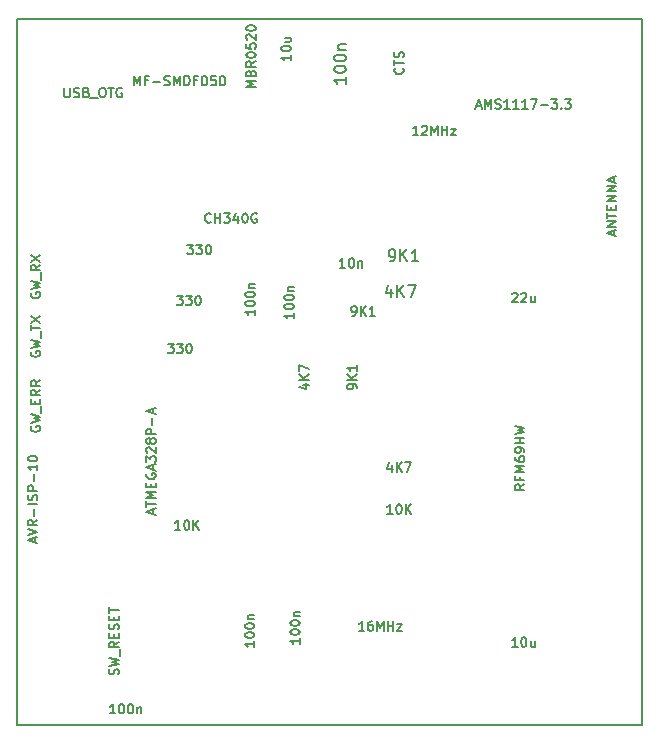
<source format=gbr>
G04 #@! TF.FileFunction,Other,Fab,Top*
%FSLAX46Y46*%
G04 Gerber Fmt 4.6, Leading zero omitted, Abs format (unit mm)*
G04 Created by KiCad (PCBNEW 4.0.2+e4-6225~38~ubuntu14.04.1-stable) date Thu 16 Jun 2016 09:00:45 AM EEST*
%MOMM*%
G01*
G04 APERTURE LIST*
%ADD10C,0.100000*%
%ADD11C,0.150000*%
G04 APERTURE END LIST*
D10*
D11*
X113792000Y-57023000D02*
X113919000Y-57023000D01*
X113792000Y-116840000D02*
X113792000Y-57023000D01*
X166751000Y-116840000D02*
X113792000Y-116840000D01*
X166751000Y-57023000D02*
X166751000Y-116840000D01*
X113919000Y-57023000D02*
X166751000Y-57023000D01*
X137013905Y-60077286D02*
X137013905Y-60534429D01*
X137013905Y-60305858D02*
X136213905Y-60305858D01*
X136328190Y-60382048D01*
X136404381Y-60458239D01*
X136442476Y-60534429D01*
X136213905Y-59582048D02*
X136213905Y-59505857D01*
X136252000Y-59429667D01*
X136290095Y-59391572D01*
X136366286Y-59353476D01*
X136518667Y-59315381D01*
X136709143Y-59315381D01*
X136861524Y-59353476D01*
X136937714Y-59391572D01*
X136975810Y-59429667D01*
X137013905Y-59505857D01*
X137013905Y-59582048D01*
X136975810Y-59658238D01*
X136937714Y-59696334D01*
X136861524Y-59734429D01*
X136709143Y-59772524D01*
X136518667Y-59772524D01*
X136366286Y-59734429D01*
X136290095Y-59696334D01*
X136252000Y-59658238D01*
X136213905Y-59582048D01*
X136480571Y-58629667D02*
X137013905Y-58629667D01*
X136480571Y-58972524D02*
X136899619Y-58972524D01*
X136975810Y-58934429D01*
X137013905Y-58858238D01*
X137013905Y-58743952D01*
X136975810Y-58667762D01*
X136937714Y-58629667D01*
X141598714Y-78085905D02*
X141141571Y-78085905D01*
X141370142Y-78085905D02*
X141370142Y-77285905D01*
X141293952Y-77400190D01*
X141217761Y-77476381D01*
X141141571Y-77514476D01*
X142093952Y-77285905D02*
X142170143Y-77285905D01*
X142246333Y-77324000D01*
X142284428Y-77362095D01*
X142322524Y-77438286D01*
X142360619Y-77590667D01*
X142360619Y-77781143D01*
X142322524Y-77933524D01*
X142284428Y-78009714D01*
X142246333Y-78047810D01*
X142170143Y-78085905D01*
X142093952Y-78085905D01*
X142017762Y-78047810D01*
X141979666Y-78009714D01*
X141941571Y-77933524D01*
X141903476Y-77781143D01*
X141903476Y-77590667D01*
X141941571Y-77438286D01*
X141979666Y-77362095D01*
X142017762Y-77324000D01*
X142093952Y-77285905D01*
X142703476Y-77552571D02*
X142703476Y-78085905D01*
X142703476Y-77628762D02*
X142741571Y-77590667D01*
X142817762Y-77552571D01*
X142932048Y-77552571D01*
X143008238Y-77590667D01*
X143046333Y-77666857D01*
X143046333Y-78085905D01*
X117830905Y-62871405D02*
X117830905Y-63519024D01*
X117869000Y-63595214D01*
X117907096Y-63633310D01*
X117983286Y-63671405D01*
X118135667Y-63671405D01*
X118211858Y-63633310D01*
X118249953Y-63595214D01*
X118288048Y-63519024D01*
X118288048Y-62871405D01*
X118630905Y-63633310D02*
X118745191Y-63671405D01*
X118935667Y-63671405D01*
X119011857Y-63633310D01*
X119049953Y-63595214D01*
X119088048Y-63519024D01*
X119088048Y-63442833D01*
X119049953Y-63366643D01*
X119011857Y-63328548D01*
X118935667Y-63290452D01*
X118783286Y-63252357D01*
X118707095Y-63214262D01*
X118669000Y-63176167D01*
X118630905Y-63099976D01*
X118630905Y-63023786D01*
X118669000Y-62947595D01*
X118707095Y-62909500D01*
X118783286Y-62871405D01*
X118973762Y-62871405D01*
X119088048Y-62909500D01*
X119697572Y-63252357D02*
X119811858Y-63290452D01*
X119849953Y-63328548D01*
X119888048Y-63404738D01*
X119888048Y-63519024D01*
X119849953Y-63595214D01*
X119811858Y-63633310D01*
X119735667Y-63671405D01*
X119430905Y-63671405D01*
X119430905Y-62871405D01*
X119697572Y-62871405D01*
X119773762Y-62909500D01*
X119811858Y-62947595D01*
X119849953Y-63023786D01*
X119849953Y-63099976D01*
X119811858Y-63176167D01*
X119773762Y-63214262D01*
X119697572Y-63252357D01*
X119430905Y-63252357D01*
X120040429Y-63747595D02*
X120649953Y-63747595D01*
X120992810Y-62871405D02*
X121145191Y-62871405D01*
X121221382Y-62909500D01*
X121297572Y-62985690D01*
X121335667Y-63138071D01*
X121335667Y-63404738D01*
X121297572Y-63557119D01*
X121221382Y-63633310D01*
X121145191Y-63671405D01*
X120992810Y-63671405D01*
X120916620Y-63633310D01*
X120840429Y-63557119D01*
X120802334Y-63404738D01*
X120802334Y-63138071D01*
X120840429Y-62985690D01*
X120916620Y-62909500D01*
X120992810Y-62871405D01*
X121564238Y-62871405D02*
X122021381Y-62871405D01*
X121792810Y-63671405D02*
X121792810Y-62871405D01*
X122707096Y-62909500D02*
X122630905Y-62871405D01*
X122516620Y-62871405D01*
X122402334Y-62909500D01*
X122326143Y-62985690D01*
X122288048Y-63061881D01*
X122249953Y-63214262D01*
X122249953Y-63328548D01*
X122288048Y-63480929D01*
X122326143Y-63557119D01*
X122402334Y-63633310D01*
X122516620Y-63671405D01*
X122592810Y-63671405D01*
X122707096Y-63633310D01*
X122745191Y-63595214D01*
X122745191Y-63328548D01*
X122592810Y-63328548D01*
X137775905Y-109454838D02*
X137775905Y-109911981D01*
X137775905Y-109683410D02*
X136975905Y-109683410D01*
X137090190Y-109759600D01*
X137166381Y-109835791D01*
X137204476Y-109911981D01*
X136975905Y-108959600D02*
X136975905Y-108883409D01*
X137014000Y-108807219D01*
X137052095Y-108769124D01*
X137128286Y-108731028D01*
X137280667Y-108692933D01*
X137471143Y-108692933D01*
X137623524Y-108731028D01*
X137699714Y-108769124D01*
X137737810Y-108807219D01*
X137775905Y-108883409D01*
X137775905Y-108959600D01*
X137737810Y-109035790D01*
X137699714Y-109073886D01*
X137623524Y-109111981D01*
X137471143Y-109150076D01*
X137280667Y-109150076D01*
X137128286Y-109111981D01*
X137052095Y-109073886D01*
X137014000Y-109035790D01*
X136975905Y-108959600D01*
X136975905Y-108197695D02*
X136975905Y-108121504D01*
X137014000Y-108045314D01*
X137052095Y-108007219D01*
X137128286Y-107969123D01*
X137280667Y-107931028D01*
X137471143Y-107931028D01*
X137623524Y-107969123D01*
X137699714Y-108007219D01*
X137737810Y-108045314D01*
X137775905Y-108121504D01*
X137775905Y-108197695D01*
X137737810Y-108273885D01*
X137699714Y-108311981D01*
X137623524Y-108350076D01*
X137471143Y-108388171D01*
X137280667Y-108388171D01*
X137128286Y-108350076D01*
X137052095Y-108311981D01*
X137014000Y-108273885D01*
X136975905Y-108197695D01*
X137242571Y-107588171D02*
X137775905Y-107588171D01*
X137318762Y-107588171D02*
X137280667Y-107550076D01*
X137242571Y-107473885D01*
X137242571Y-107359599D01*
X137280667Y-107283409D01*
X137356857Y-107245314D01*
X137775905Y-107245314D01*
X137267905Y-81921238D02*
X137267905Y-82378381D01*
X137267905Y-82149810D02*
X136467905Y-82149810D01*
X136582190Y-82226000D01*
X136658381Y-82302191D01*
X136696476Y-82378381D01*
X136467905Y-81426000D02*
X136467905Y-81349809D01*
X136506000Y-81273619D01*
X136544095Y-81235524D01*
X136620286Y-81197428D01*
X136772667Y-81159333D01*
X136963143Y-81159333D01*
X137115524Y-81197428D01*
X137191714Y-81235524D01*
X137229810Y-81273619D01*
X137267905Y-81349809D01*
X137267905Y-81426000D01*
X137229810Y-81502190D01*
X137191714Y-81540286D01*
X137115524Y-81578381D01*
X136963143Y-81616476D01*
X136772667Y-81616476D01*
X136620286Y-81578381D01*
X136544095Y-81540286D01*
X136506000Y-81502190D01*
X136467905Y-81426000D01*
X136467905Y-80664095D02*
X136467905Y-80587904D01*
X136506000Y-80511714D01*
X136544095Y-80473619D01*
X136620286Y-80435523D01*
X136772667Y-80397428D01*
X136963143Y-80397428D01*
X137115524Y-80435523D01*
X137191714Y-80473619D01*
X137229810Y-80511714D01*
X137267905Y-80587904D01*
X137267905Y-80664095D01*
X137229810Y-80740285D01*
X137191714Y-80778381D01*
X137115524Y-80816476D01*
X136963143Y-80854571D01*
X136772667Y-80854571D01*
X136620286Y-80816476D01*
X136544095Y-80778381D01*
X136506000Y-80740285D01*
X136467905Y-80664095D01*
X136734571Y-80054571D02*
X137267905Y-80054571D01*
X136810762Y-80054571D02*
X136772667Y-80016476D01*
X136734571Y-79940285D01*
X136734571Y-79825999D01*
X136772667Y-79749809D01*
X136848857Y-79711714D01*
X137267905Y-79711714D01*
X133915105Y-109708838D02*
X133915105Y-110165981D01*
X133915105Y-109937410D02*
X133115105Y-109937410D01*
X133229390Y-110013600D01*
X133305581Y-110089791D01*
X133343676Y-110165981D01*
X133115105Y-109213600D02*
X133115105Y-109137409D01*
X133153200Y-109061219D01*
X133191295Y-109023124D01*
X133267486Y-108985028D01*
X133419867Y-108946933D01*
X133610343Y-108946933D01*
X133762724Y-108985028D01*
X133838914Y-109023124D01*
X133877010Y-109061219D01*
X133915105Y-109137409D01*
X133915105Y-109213600D01*
X133877010Y-109289790D01*
X133838914Y-109327886D01*
X133762724Y-109365981D01*
X133610343Y-109404076D01*
X133419867Y-109404076D01*
X133267486Y-109365981D01*
X133191295Y-109327886D01*
X133153200Y-109289790D01*
X133115105Y-109213600D01*
X133115105Y-108451695D02*
X133115105Y-108375504D01*
X133153200Y-108299314D01*
X133191295Y-108261219D01*
X133267486Y-108223123D01*
X133419867Y-108185028D01*
X133610343Y-108185028D01*
X133762724Y-108223123D01*
X133838914Y-108261219D01*
X133877010Y-108299314D01*
X133915105Y-108375504D01*
X133915105Y-108451695D01*
X133877010Y-108527885D01*
X133838914Y-108565981D01*
X133762724Y-108604076D01*
X133610343Y-108642171D01*
X133419867Y-108642171D01*
X133267486Y-108604076D01*
X133191295Y-108565981D01*
X133153200Y-108527885D01*
X133115105Y-108451695D01*
X133381771Y-107842171D02*
X133915105Y-107842171D01*
X133457962Y-107842171D02*
X133419867Y-107804076D01*
X133381771Y-107727885D01*
X133381771Y-107613599D01*
X133419867Y-107537409D01*
X133496057Y-107499314D01*
X133915105Y-107499314D01*
X133965905Y-81638143D02*
X133965905Y-82095286D01*
X133965905Y-81866715D02*
X133165905Y-81866715D01*
X133280190Y-81942905D01*
X133356381Y-82019096D01*
X133394476Y-82095286D01*
X133165905Y-81142905D02*
X133165905Y-81066714D01*
X133204000Y-80990524D01*
X133242095Y-80952429D01*
X133318286Y-80914333D01*
X133470667Y-80876238D01*
X133661143Y-80876238D01*
X133813524Y-80914333D01*
X133889714Y-80952429D01*
X133927810Y-80990524D01*
X133965905Y-81066714D01*
X133965905Y-81142905D01*
X133927810Y-81219095D01*
X133889714Y-81257191D01*
X133813524Y-81295286D01*
X133661143Y-81333381D01*
X133470667Y-81333381D01*
X133318286Y-81295286D01*
X133242095Y-81257191D01*
X133204000Y-81219095D01*
X133165905Y-81142905D01*
X133165905Y-80381000D02*
X133165905Y-80304809D01*
X133204000Y-80228619D01*
X133242095Y-80190524D01*
X133318286Y-80152428D01*
X133470667Y-80114333D01*
X133661143Y-80114333D01*
X133813524Y-80152428D01*
X133889714Y-80190524D01*
X133927810Y-80228619D01*
X133965905Y-80304809D01*
X133965905Y-80381000D01*
X133927810Y-80457190D01*
X133889714Y-80495286D01*
X133813524Y-80533381D01*
X133661143Y-80571476D01*
X133470667Y-80571476D01*
X133318286Y-80533381D01*
X133242095Y-80495286D01*
X133204000Y-80457190D01*
X133165905Y-80381000D01*
X133432571Y-79771476D02*
X133965905Y-79771476D01*
X133508762Y-79771476D02*
X133470667Y-79733381D01*
X133432571Y-79657190D01*
X133432571Y-79542904D01*
X133470667Y-79466714D01*
X133546857Y-79428619D01*
X133965905Y-79428619D01*
X122142362Y-115830305D02*
X121685219Y-115830305D01*
X121913790Y-115830305D02*
X121913790Y-115030305D01*
X121837600Y-115144590D01*
X121761409Y-115220781D01*
X121685219Y-115258876D01*
X122637600Y-115030305D02*
X122713791Y-115030305D01*
X122789981Y-115068400D01*
X122828076Y-115106495D01*
X122866172Y-115182686D01*
X122904267Y-115335067D01*
X122904267Y-115525543D01*
X122866172Y-115677924D01*
X122828076Y-115754114D01*
X122789981Y-115792210D01*
X122713791Y-115830305D01*
X122637600Y-115830305D01*
X122561410Y-115792210D01*
X122523314Y-115754114D01*
X122485219Y-115677924D01*
X122447124Y-115525543D01*
X122447124Y-115335067D01*
X122485219Y-115182686D01*
X122523314Y-115106495D01*
X122561410Y-115068400D01*
X122637600Y-115030305D01*
X123399505Y-115030305D02*
X123475696Y-115030305D01*
X123551886Y-115068400D01*
X123589981Y-115106495D01*
X123628077Y-115182686D01*
X123666172Y-115335067D01*
X123666172Y-115525543D01*
X123628077Y-115677924D01*
X123589981Y-115754114D01*
X123551886Y-115792210D01*
X123475696Y-115830305D01*
X123399505Y-115830305D01*
X123323315Y-115792210D01*
X123285219Y-115754114D01*
X123247124Y-115677924D01*
X123209029Y-115525543D01*
X123209029Y-115335067D01*
X123247124Y-115182686D01*
X123285219Y-115106495D01*
X123323315Y-115068400D01*
X123399505Y-115030305D01*
X124009029Y-115296971D02*
X124009029Y-115830305D01*
X124009029Y-115373162D02*
X124047124Y-115335067D01*
X124123315Y-115296971D01*
X124237601Y-115296971D01*
X124313791Y-115335067D01*
X124351886Y-115411257D01*
X124351886Y-115830305D01*
X155746571Y-80283095D02*
X155784666Y-80245000D01*
X155860857Y-80206905D01*
X156051333Y-80206905D01*
X156127523Y-80245000D01*
X156165619Y-80283095D01*
X156203714Y-80359286D01*
X156203714Y-80435476D01*
X156165619Y-80549762D01*
X155708476Y-81006905D01*
X156203714Y-81006905D01*
X156508476Y-80283095D02*
X156546571Y-80245000D01*
X156622762Y-80206905D01*
X156813238Y-80206905D01*
X156889428Y-80245000D01*
X156927524Y-80283095D01*
X156965619Y-80359286D01*
X156965619Y-80435476D01*
X156927524Y-80549762D01*
X156470381Y-81006905D01*
X156965619Y-81006905D01*
X157651333Y-80473571D02*
X157651333Y-81006905D01*
X157308476Y-80473571D02*
X157308476Y-80892619D01*
X157346571Y-80968810D01*
X157422762Y-81006905D01*
X157537048Y-81006905D01*
X157613238Y-80968810D01*
X157651333Y-80930714D01*
X156203714Y-110191505D02*
X155746571Y-110191505D01*
X155975142Y-110191505D02*
X155975142Y-109391505D01*
X155898952Y-109505790D01*
X155822761Y-109581981D01*
X155746571Y-109620076D01*
X156698952Y-109391505D02*
X156775143Y-109391505D01*
X156851333Y-109429600D01*
X156889428Y-109467695D01*
X156927524Y-109543886D01*
X156965619Y-109696267D01*
X156965619Y-109886743D01*
X156927524Y-110039124D01*
X156889428Y-110115314D01*
X156851333Y-110153410D01*
X156775143Y-110191505D01*
X156698952Y-110191505D01*
X156622762Y-110153410D01*
X156584666Y-110115314D01*
X156546571Y-110039124D01*
X156508476Y-109886743D01*
X156508476Y-109696267D01*
X156546571Y-109543886D01*
X156584666Y-109467695D01*
X156622762Y-109429600D01*
X156698952Y-109391505D01*
X157651333Y-109658171D02*
X157651333Y-110191505D01*
X157308476Y-109658171D02*
X157308476Y-110077219D01*
X157346571Y-110153410D01*
X157422762Y-110191505D01*
X157537048Y-110191505D01*
X157613238Y-110153410D01*
X157651333Y-110115314D01*
X115322333Y-101320142D02*
X115322333Y-100939190D01*
X115550905Y-101396333D02*
X114750905Y-101129666D01*
X115550905Y-100862999D01*
X114750905Y-100710619D02*
X115550905Y-100443952D01*
X114750905Y-100177285D01*
X115550905Y-99453476D02*
X115169952Y-99720143D01*
X115550905Y-99910619D02*
X114750905Y-99910619D01*
X114750905Y-99605857D01*
X114789000Y-99529666D01*
X114827095Y-99491571D01*
X114903286Y-99453476D01*
X115017571Y-99453476D01*
X115093762Y-99491571D01*
X115131857Y-99529666D01*
X115169952Y-99605857D01*
X115169952Y-99910619D01*
X115246143Y-99110619D02*
X115246143Y-98501095D01*
X115550905Y-98120143D02*
X114750905Y-98120143D01*
X115512810Y-97777286D02*
X115550905Y-97663000D01*
X115550905Y-97472524D01*
X115512810Y-97396334D01*
X115474714Y-97358238D01*
X115398524Y-97320143D01*
X115322333Y-97320143D01*
X115246143Y-97358238D01*
X115208048Y-97396334D01*
X115169952Y-97472524D01*
X115131857Y-97624905D01*
X115093762Y-97701096D01*
X115055667Y-97739191D01*
X114979476Y-97777286D01*
X114903286Y-97777286D01*
X114827095Y-97739191D01*
X114789000Y-97701096D01*
X114750905Y-97624905D01*
X114750905Y-97434429D01*
X114789000Y-97320143D01*
X115550905Y-96977286D02*
X114750905Y-96977286D01*
X114750905Y-96672524D01*
X114789000Y-96596333D01*
X114827095Y-96558238D01*
X114903286Y-96520143D01*
X115017571Y-96520143D01*
X115093762Y-96558238D01*
X115131857Y-96596333D01*
X115169952Y-96672524D01*
X115169952Y-96977286D01*
X115246143Y-96177286D02*
X115246143Y-95567762D01*
X115550905Y-94767762D02*
X115550905Y-95224905D01*
X115550905Y-94996334D02*
X114750905Y-94996334D01*
X114865190Y-95072524D01*
X114941381Y-95148715D01*
X114979476Y-95224905D01*
X114750905Y-94272524D02*
X114750905Y-94196333D01*
X114789000Y-94120143D01*
X114827095Y-94082048D01*
X114903286Y-94043952D01*
X115055667Y-94005857D01*
X115246143Y-94005857D01*
X115398524Y-94043952D01*
X115474714Y-94082048D01*
X115512810Y-94120143D01*
X115550905Y-94196333D01*
X115550905Y-94272524D01*
X115512810Y-94348714D01*
X115474714Y-94386810D01*
X115398524Y-94424905D01*
X115246143Y-94463000D01*
X115055667Y-94463000D01*
X114903286Y-94424905D01*
X114827095Y-94386810D01*
X114789000Y-94348714D01*
X114750905Y-94272524D01*
X125355333Y-98926095D02*
X125355333Y-98545143D01*
X125583905Y-99002286D02*
X124783905Y-98735619D01*
X125583905Y-98468952D01*
X124783905Y-98316572D02*
X124783905Y-97859429D01*
X125583905Y-98088000D02*
X124783905Y-98088000D01*
X125583905Y-97592762D02*
X124783905Y-97592762D01*
X125355333Y-97326095D01*
X124783905Y-97059428D01*
X125583905Y-97059428D01*
X125164857Y-96678476D02*
X125164857Y-96411809D01*
X125583905Y-96297523D02*
X125583905Y-96678476D01*
X124783905Y-96678476D01*
X124783905Y-96297523D01*
X124822000Y-95535618D02*
X124783905Y-95611809D01*
X124783905Y-95726094D01*
X124822000Y-95840380D01*
X124898190Y-95916571D01*
X124974381Y-95954666D01*
X125126762Y-95992761D01*
X125241048Y-95992761D01*
X125393429Y-95954666D01*
X125469619Y-95916571D01*
X125545810Y-95840380D01*
X125583905Y-95726094D01*
X125583905Y-95649904D01*
X125545810Y-95535618D01*
X125507714Y-95497523D01*
X125241048Y-95497523D01*
X125241048Y-95649904D01*
X125355333Y-95192761D02*
X125355333Y-94811809D01*
X125583905Y-95268952D02*
X124783905Y-95002285D01*
X125583905Y-94735618D01*
X124783905Y-94545142D02*
X124783905Y-94049904D01*
X125088667Y-94316571D01*
X125088667Y-94202285D01*
X125126762Y-94126095D01*
X125164857Y-94087999D01*
X125241048Y-94049904D01*
X125431524Y-94049904D01*
X125507714Y-94087999D01*
X125545810Y-94126095D01*
X125583905Y-94202285D01*
X125583905Y-94430857D01*
X125545810Y-94507047D01*
X125507714Y-94545142D01*
X124860095Y-93745142D02*
X124822000Y-93707047D01*
X124783905Y-93630856D01*
X124783905Y-93440380D01*
X124822000Y-93364190D01*
X124860095Y-93326094D01*
X124936286Y-93287999D01*
X125012476Y-93287999D01*
X125126762Y-93326094D01*
X125583905Y-93783237D01*
X125583905Y-93287999D01*
X125126762Y-92830856D02*
X125088667Y-92907047D01*
X125050571Y-92945142D01*
X124974381Y-92983237D01*
X124936286Y-92983237D01*
X124860095Y-92945142D01*
X124822000Y-92907047D01*
X124783905Y-92830856D01*
X124783905Y-92678475D01*
X124822000Y-92602285D01*
X124860095Y-92564189D01*
X124936286Y-92526094D01*
X124974381Y-92526094D01*
X125050571Y-92564189D01*
X125088667Y-92602285D01*
X125126762Y-92678475D01*
X125126762Y-92830856D01*
X125164857Y-92907047D01*
X125202952Y-92945142D01*
X125279143Y-92983237D01*
X125431524Y-92983237D01*
X125507714Y-92945142D01*
X125545810Y-92907047D01*
X125583905Y-92830856D01*
X125583905Y-92678475D01*
X125545810Y-92602285D01*
X125507714Y-92564189D01*
X125431524Y-92526094D01*
X125279143Y-92526094D01*
X125202952Y-92564189D01*
X125164857Y-92602285D01*
X125126762Y-92678475D01*
X125583905Y-92183237D02*
X124783905Y-92183237D01*
X124783905Y-91878475D01*
X124822000Y-91802284D01*
X124860095Y-91764189D01*
X124936286Y-91726094D01*
X125050571Y-91726094D01*
X125126762Y-91764189D01*
X125164857Y-91802284D01*
X125202952Y-91878475D01*
X125202952Y-92183237D01*
X125279143Y-91383237D02*
X125279143Y-90773713D01*
X125355333Y-90430856D02*
X125355333Y-90049904D01*
X125583905Y-90507047D02*
X124783905Y-90240380D01*
X125583905Y-89973713D01*
X164344333Y-75355142D02*
X164344333Y-74974190D01*
X164572905Y-75431333D02*
X163772905Y-75164666D01*
X164572905Y-74897999D01*
X164572905Y-74631333D02*
X163772905Y-74631333D01*
X164572905Y-74174190D01*
X163772905Y-74174190D01*
X163772905Y-73907524D02*
X163772905Y-73450381D01*
X164572905Y-73678952D02*
X163772905Y-73678952D01*
X164153857Y-73183714D02*
X164153857Y-72917047D01*
X164572905Y-72802761D02*
X164572905Y-73183714D01*
X163772905Y-73183714D01*
X163772905Y-72802761D01*
X164572905Y-72459904D02*
X163772905Y-72459904D01*
X164572905Y-72002761D01*
X163772905Y-72002761D01*
X164572905Y-71621809D02*
X163772905Y-71621809D01*
X164572905Y-71164666D01*
X163772905Y-71164666D01*
X164344333Y-70821809D02*
X164344333Y-70440857D01*
X164572905Y-70898000D02*
X163772905Y-70631333D01*
X164572905Y-70364666D01*
X127666819Y-100260105D02*
X127209676Y-100260105D01*
X127438247Y-100260105D02*
X127438247Y-99460105D01*
X127362057Y-99574390D01*
X127285866Y-99650581D01*
X127209676Y-99688676D01*
X128162057Y-99460105D02*
X128238248Y-99460105D01*
X128314438Y-99498200D01*
X128352533Y-99536295D01*
X128390629Y-99612486D01*
X128428724Y-99764867D01*
X128428724Y-99955343D01*
X128390629Y-100107724D01*
X128352533Y-100183914D01*
X128314438Y-100222010D01*
X128238248Y-100260105D01*
X128162057Y-100260105D01*
X128085867Y-100222010D01*
X128047771Y-100183914D01*
X128009676Y-100107724D01*
X127971581Y-99955343D01*
X127971581Y-99764867D01*
X128009676Y-99612486D01*
X128047771Y-99536295D01*
X128085867Y-99498200D01*
X128162057Y-99460105D01*
X128771581Y-100260105D02*
X128771581Y-99460105D01*
X129228724Y-100260105D02*
X128885867Y-99802962D01*
X129228724Y-99460105D02*
X128771581Y-99917248D01*
X138004571Y-88004572D02*
X138537905Y-88004572D01*
X137699810Y-88195048D02*
X138271238Y-88385524D01*
X138271238Y-87890286D01*
X138537905Y-87585524D02*
X137737905Y-87585524D01*
X138537905Y-87128381D02*
X138080762Y-87471238D01*
X137737905Y-87128381D02*
X138195048Y-87585524D01*
X137737905Y-86861714D02*
X137737905Y-86328381D01*
X138537905Y-86671238D01*
X142195666Y-82149905D02*
X142348047Y-82149905D01*
X142424238Y-82111810D01*
X142462333Y-82073714D01*
X142538524Y-81959429D01*
X142576619Y-81807048D01*
X142576619Y-81502286D01*
X142538524Y-81426095D01*
X142500428Y-81388000D01*
X142424238Y-81349905D01*
X142271857Y-81349905D01*
X142195666Y-81388000D01*
X142157571Y-81426095D01*
X142119476Y-81502286D01*
X142119476Y-81692762D01*
X142157571Y-81768952D01*
X142195666Y-81807048D01*
X142271857Y-81845143D01*
X142424238Y-81845143D01*
X142500428Y-81807048D01*
X142538524Y-81768952D01*
X142576619Y-81692762D01*
X142919476Y-82149905D02*
X142919476Y-81349905D01*
X143376619Y-82149905D02*
X143033762Y-81692762D01*
X143376619Y-81349905D02*
X142919476Y-81807048D01*
X144138524Y-82149905D02*
X143681381Y-82149905D01*
X143909952Y-82149905D02*
X143909952Y-81349905D01*
X143833762Y-81464190D01*
X143757571Y-81540381D01*
X143681381Y-81578476D01*
X145548428Y-94824571D02*
X145548428Y-95357905D01*
X145357952Y-94519810D02*
X145167476Y-95091238D01*
X145662714Y-95091238D01*
X145967476Y-95357905D02*
X145967476Y-94557905D01*
X146424619Y-95357905D02*
X146081762Y-94900762D01*
X146424619Y-94557905D02*
X145967476Y-95015048D01*
X146691286Y-94557905D02*
X147224619Y-94557905D01*
X146881762Y-95357905D01*
X142601905Y-88309334D02*
X142601905Y-88156953D01*
X142563810Y-88080762D01*
X142525714Y-88042667D01*
X142411429Y-87966476D01*
X142259048Y-87928381D01*
X141954286Y-87928381D01*
X141878095Y-87966476D01*
X141840000Y-88004572D01*
X141801905Y-88080762D01*
X141801905Y-88233143D01*
X141840000Y-88309334D01*
X141878095Y-88347429D01*
X141954286Y-88385524D01*
X142144762Y-88385524D01*
X142220952Y-88347429D01*
X142259048Y-88309334D01*
X142297143Y-88233143D01*
X142297143Y-88080762D01*
X142259048Y-88004572D01*
X142220952Y-87966476D01*
X142144762Y-87928381D01*
X142601905Y-87585524D02*
X141801905Y-87585524D01*
X142601905Y-87128381D02*
X142144762Y-87471238D01*
X141801905Y-87128381D02*
X142259048Y-87585524D01*
X142601905Y-86366476D02*
X142601905Y-86823619D01*
X142601905Y-86595048D02*
X141801905Y-86595048D01*
X141916190Y-86671238D01*
X141992381Y-86747429D01*
X142030476Y-86823619D01*
X145624619Y-98913905D02*
X145167476Y-98913905D01*
X145396047Y-98913905D02*
X145396047Y-98113905D01*
X145319857Y-98228190D01*
X145243666Y-98304381D01*
X145167476Y-98342476D01*
X146119857Y-98113905D02*
X146196048Y-98113905D01*
X146272238Y-98152000D01*
X146310333Y-98190095D01*
X146348429Y-98266286D01*
X146386524Y-98418667D01*
X146386524Y-98609143D01*
X146348429Y-98761524D01*
X146310333Y-98837714D01*
X146272238Y-98875810D01*
X146196048Y-98913905D01*
X146119857Y-98913905D01*
X146043667Y-98875810D01*
X146005571Y-98837714D01*
X145967476Y-98761524D01*
X145929381Y-98609143D01*
X145929381Y-98418667D01*
X145967476Y-98266286D01*
X146005571Y-98190095D01*
X146043667Y-98152000D01*
X146119857Y-98113905D01*
X146729381Y-98913905D02*
X146729381Y-98113905D01*
X147186524Y-98913905D02*
X146843667Y-98456762D01*
X147186524Y-98113905D02*
X146729381Y-98571048D01*
X122396210Y-112528001D02*
X122434305Y-112413715D01*
X122434305Y-112223239D01*
X122396210Y-112147049D01*
X122358114Y-112108953D01*
X122281924Y-112070858D01*
X122205733Y-112070858D01*
X122129543Y-112108953D01*
X122091448Y-112147049D01*
X122053352Y-112223239D01*
X122015257Y-112375620D01*
X121977162Y-112451811D01*
X121939067Y-112489906D01*
X121862876Y-112528001D01*
X121786686Y-112528001D01*
X121710495Y-112489906D01*
X121672400Y-112451811D01*
X121634305Y-112375620D01*
X121634305Y-112185144D01*
X121672400Y-112070858D01*
X121634305Y-111804191D02*
X122434305Y-111613715D01*
X121862876Y-111461334D01*
X122434305Y-111308953D01*
X121634305Y-111118477D01*
X122510495Y-111004191D02*
X122510495Y-110394667D01*
X122434305Y-109747048D02*
X122053352Y-110013715D01*
X122434305Y-110204191D02*
X121634305Y-110204191D01*
X121634305Y-109899429D01*
X121672400Y-109823238D01*
X121710495Y-109785143D01*
X121786686Y-109747048D01*
X121900971Y-109747048D01*
X121977162Y-109785143D01*
X122015257Y-109823238D01*
X122053352Y-109899429D01*
X122053352Y-110204191D01*
X122015257Y-109404191D02*
X122015257Y-109137524D01*
X122434305Y-109023238D02*
X122434305Y-109404191D01*
X121634305Y-109404191D01*
X121634305Y-109023238D01*
X122396210Y-108718476D02*
X122434305Y-108604190D01*
X122434305Y-108413714D01*
X122396210Y-108337524D01*
X122358114Y-108299428D01*
X122281924Y-108261333D01*
X122205733Y-108261333D01*
X122129543Y-108299428D01*
X122091448Y-108337524D01*
X122053352Y-108413714D01*
X122015257Y-108566095D01*
X121977162Y-108642286D01*
X121939067Y-108680381D01*
X121862876Y-108718476D01*
X121786686Y-108718476D01*
X121710495Y-108680381D01*
X121672400Y-108642286D01*
X121634305Y-108566095D01*
X121634305Y-108375619D01*
X121672400Y-108261333D01*
X122015257Y-107918476D02*
X122015257Y-107651809D01*
X122434305Y-107537523D02*
X122434305Y-107918476D01*
X121634305Y-107918476D01*
X121634305Y-107537523D01*
X121634305Y-107308952D02*
X121634305Y-106851809D01*
X122434305Y-107080380D02*
X121634305Y-107080380D01*
X156794905Y-96424476D02*
X156413952Y-96691143D01*
X156794905Y-96881619D02*
X155994905Y-96881619D01*
X155994905Y-96576857D01*
X156033000Y-96500666D01*
X156071095Y-96462571D01*
X156147286Y-96424476D01*
X156261571Y-96424476D01*
X156337762Y-96462571D01*
X156375857Y-96500666D01*
X156413952Y-96576857D01*
X156413952Y-96881619D01*
X156375857Y-95814952D02*
X156375857Y-96081619D01*
X156794905Y-96081619D02*
X155994905Y-96081619D01*
X155994905Y-95700666D01*
X156794905Y-95395905D02*
X155994905Y-95395905D01*
X156566333Y-95129238D01*
X155994905Y-94862571D01*
X156794905Y-94862571D01*
X155994905Y-94138762D02*
X155994905Y-94291143D01*
X156033000Y-94367333D01*
X156071095Y-94405428D01*
X156185381Y-94481619D01*
X156337762Y-94519714D01*
X156642524Y-94519714D01*
X156718714Y-94481619D01*
X156756810Y-94443524D01*
X156794905Y-94367333D01*
X156794905Y-94214952D01*
X156756810Y-94138762D01*
X156718714Y-94100666D01*
X156642524Y-94062571D01*
X156452048Y-94062571D01*
X156375857Y-94100666D01*
X156337762Y-94138762D01*
X156299667Y-94214952D01*
X156299667Y-94367333D01*
X156337762Y-94443524D01*
X156375857Y-94481619D01*
X156452048Y-94519714D01*
X156794905Y-93681619D02*
X156794905Y-93529238D01*
X156756810Y-93453047D01*
X156718714Y-93414952D01*
X156604429Y-93338761D01*
X156452048Y-93300666D01*
X156147286Y-93300666D01*
X156071095Y-93338761D01*
X156033000Y-93376857D01*
X155994905Y-93453047D01*
X155994905Y-93605428D01*
X156033000Y-93681619D01*
X156071095Y-93719714D01*
X156147286Y-93757809D01*
X156337762Y-93757809D01*
X156413952Y-93719714D01*
X156452048Y-93681619D01*
X156490143Y-93605428D01*
X156490143Y-93453047D01*
X156452048Y-93376857D01*
X156413952Y-93338761D01*
X156337762Y-93300666D01*
X156794905Y-92957809D02*
X155994905Y-92957809D01*
X156375857Y-92957809D02*
X156375857Y-92500666D01*
X156794905Y-92500666D02*
X155994905Y-92500666D01*
X155994905Y-92195904D02*
X156794905Y-92005428D01*
X156223476Y-91853047D01*
X156794905Y-91700666D01*
X155994905Y-91510190D01*
X130238714Y-74199714D02*
X130200619Y-74237810D01*
X130086333Y-74275905D01*
X130010143Y-74275905D01*
X129895857Y-74237810D01*
X129819666Y-74161619D01*
X129781571Y-74085429D01*
X129743476Y-73933048D01*
X129743476Y-73818762D01*
X129781571Y-73666381D01*
X129819666Y-73590190D01*
X129895857Y-73514000D01*
X130010143Y-73475905D01*
X130086333Y-73475905D01*
X130200619Y-73514000D01*
X130238714Y-73552095D01*
X130581571Y-74275905D02*
X130581571Y-73475905D01*
X130581571Y-73856857D02*
X131038714Y-73856857D01*
X131038714Y-74275905D02*
X131038714Y-73475905D01*
X131343476Y-73475905D02*
X131838714Y-73475905D01*
X131572047Y-73780667D01*
X131686333Y-73780667D01*
X131762523Y-73818762D01*
X131800619Y-73856857D01*
X131838714Y-73933048D01*
X131838714Y-74123524D01*
X131800619Y-74199714D01*
X131762523Y-74237810D01*
X131686333Y-74275905D01*
X131457761Y-74275905D01*
X131381571Y-74237810D01*
X131343476Y-74199714D01*
X132524428Y-73742571D02*
X132524428Y-74275905D01*
X132333952Y-73437810D02*
X132143476Y-74009238D01*
X132638714Y-74009238D01*
X133095857Y-73475905D02*
X133172048Y-73475905D01*
X133248238Y-73514000D01*
X133286333Y-73552095D01*
X133324429Y-73628286D01*
X133362524Y-73780667D01*
X133362524Y-73971143D01*
X133324429Y-74123524D01*
X133286333Y-74199714D01*
X133248238Y-74237810D01*
X133172048Y-74275905D01*
X133095857Y-74275905D01*
X133019667Y-74237810D01*
X132981571Y-74199714D01*
X132943476Y-74123524D01*
X132905381Y-73971143D01*
X132905381Y-73780667D01*
X132943476Y-73628286D01*
X132981571Y-73552095D01*
X133019667Y-73514000D01*
X133095857Y-73475905D01*
X134124429Y-73514000D02*
X134048238Y-73475905D01*
X133933953Y-73475905D01*
X133819667Y-73514000D01*
X133743476Y-73590190D01*
X133705381Y-73666381D01*
X133667286Y-73818762D01*
X133667286Y-73933048D01*
X133705381Y-74085429D01*
X133743476Y-74161619D01*
X133819667Y-74237810D01*
X133933953Y-74275905D01*
X134010143Y-74275905D01*
X134124429Y-74237810D01*
X134162524Y-74199714D01*
X134162524Y-73933048D01*
X134010143Y-73933048D01*
X152718000Y-64395333D02*
X153098952Y-64395333D01*
X152641809Y-64623905D02*
X152908476Y-63823905D01*
X153175143Y-64623905D01*
X153441809Y-64623905D02*
X153441809Y-63823905D01*
X153708476Y-64395333D01*
X153975143Y-63823905D01*
X153975143Y-64623905D01*
X154318000Y-64585810D02*
X154432286Y-64623905D01*
X154622762Y-64623905D01*
X154698952Y-64585810D01*
X154737048Y-64547714D01*
X154775143Y-64471524D01*
X154775143Y-64395333D01*
X154737048Y-64319143D01*
X154698952Y-64281048D01*
X154622762Y-64242952D01*
X154470381Y-64204857D01*
X154394190Y-64166762D01*
X154356095Y-64128667D01*
X154318000Y-64052476D01*
X154318000Y-63976286D01*
X154356095Y-63900095D01*
X154394190Y-63862000D01*
X154470381Y-63823905D01*
X154660857Y-63823905D01*
X154775143Y-63862000D01*
X155537048Y-64623905D02*
X155079905Y-64623905D01*
X155308476Y-64623905D02*
X155308476Y-63823905D01*
X155232286Y-63938190D01*
X155156095Y-64014381D01*
X155079905Y-64052476D01*
X156298953Y-64623905D02*
X155841810Y-64623905D01*
X156070381Y-64623905D02*
X156070381Y-63823905D01*
X155994191Y-63938190D01*
X155918000Y-64014381D01*
X155841810Y-64052476D01*
X157060858Y-64623905D02*
X156603715Y-64623905D01*
X156832286Y-64623905D02*
X156832286Y-63823905D01*
X156756096Y-63938190D01*
X156679905Y-64014381D01*
X156603715Y-64052476D01*
X157327525Y-63823905D02*
X157860858Y-63823905D01*
X157518001Y-64623905D01*
X158165620Y-64319143D02*
X158775144Y-64319143D01*
X159079906Y-63823905D02*
X159575144Y-63823905D01*
X159308477Y-64128667D01*
X159422763Y-64128667D01*
X159498953Y-64166762D01*
X159537049Y-64204857D01*
X159575144Y-64281048D01*
X159575144Y-64471524D01*
X159537049Y-64547714D01*
X159498953Y-64585810D01*
X159422763Y-64623905D01*
X159194191Y-64623905D01*
X159118001Y-64585810D01*
X159079906Y-64547714D01*
X159918001Y-64547714D02*
X159956096Y-64585810D01*
X159918001Y-64623905D01*
X159879906Y-64585810D01*
X159918001Y-64547714D01*
X159918001Y-64623905D01*
X160222763Y-63823905D02*
X160718001Y-63823905D01*
X160451334Y-64128667D01*
X160565620Y-64128667D01*
X160641810Y-64166762D01*
X160679906Y-64204857D01*
X160718001Y-64281048D01*
X160718001Y-64471524D01*
X160679906Y-64547714D01*
X160641810Y-64585810D01*
X160565620Y-64623905D01*
X160337048Y-64623905D01*
X160260858Y-64585810D01*
X160222763Y-64547714D01*
X115043000Y-80200333D02*
X115004905Y-80276524D01*
X115004905Y-80390809D01*
X115043000Y-80505095D01*
X115119190Y-80581286D01*
X115195381Y-80619381D01*
X115347762Y-80657476D01*
X115462048Y-80657476D01*
X115614429Y-80619381D01*
X115690619Y-80581286D01*
X115766810Y-80505095D01*
X115804905Y-80390809D01*
X115804905Y-80314619D01*
X115766810Y-80200333D01*
X115728714Y-80162238D01*
X115462048Y-80162238D01*
X115462048Y-80314619D01*
X115004905Y-79895571D02*
X115804905Y-79705095D01*
X115233476Y-79552714D01*
X115804905Y-79400333D01*
X115004905Y-79209857D01*
X115881095Y-79095571D02*
X115881095Y-78486047D01*
X115804905Y-77838428D02*
X115423952Y-78105095D01*
X115804905Y-78295571D02*
X115004905Y-78295571D01*
X115004905Y-77990809D01*
X115043000Y-77914618D01*
X115081095Y-77876523D01*
X115157286Y-77838428D01*
X115271571Y-77838428D01*
X115347762Y-77876523D01*
X115385857Y-77914618D01*
X115423952Y-77990809D01*
X115423952Y-78295571D01*
X115004905Y-77571761D02*
X115804905Y-77038428D01*
X115004905Y-77038428D02*
X115804905Y-77571761D01*
X115043000Y-85185095D02*
X115004905Y-85261286D01*
X115004905Y-85375571D01*
X115043000Y-85489857D01*
X115119190Y-85566048D01*
X115195381Y-85604143D01*
X115347762Y-85642238D01*
X115462048Y-85642238D01*
X115614429Y-85604143D01*
X115690619Y-85566048D01*
X115766810Y-85489857D01*
X115804905Y-85375571D01*
X115804905Y-85299381D01*
X115766810Y-85185095D01*
X115728714Y-85147000D01*
X115462048Y-85147000D01*
X115462048Y-85299381D01*
X115004905Y-84880333D02*
X115804905Y-84689857D01*
X115233476Y-84537476D01*
X115804905Y-84385095D01*
X115004905Y-84194619D01*
X115881095Y-84080333D02*
X115881095Y-83470809D01*
X115004905Y-83394619D02*
X115004905Y-82937476D01*
X115804905Y-83166047D02*
X115004905Y-83166047D01*
X115004905Y-82746999D02*
X115804905Y-82213666D01*
X115004905Y-82213666D02*
X115804905Y-82746999D01*
X115043000Y-91503286D02*
X115004905Y-91579477D01*
X115004905Y-91693762D01*
X115043000Y-91808048D01*
X115119190Y-91884239D01*
X115195381Y-91922334D01*
X115347762Y-91960429D01*
X115462048Y-91960429D01*
X115614429Y-91922334D01*
X115690619Y-91884239D01*
X115766810Y-91808048D01*
X115804905Y-91693762D01*
X115804905Y-91617572D01*
X115766810Y-91503286D01*
X115728714Y-91465191D01*
X115462048Y-91465191D01*
X115462048Y-91617572D01*
X115004905Y-91198524D02*
X115804905Y-91008048D01*
X115233476Y-90855667D01*
X115804905Y-90703286D01*
X115004905Y-90512810D01*
X115881095Y-90398524D02*
X115881095Y-89789000D01*
X115385857Y-89598524D02*
X115385857Y-89331857D01*
X115804905Y-89217571D02*
X115804905Y-89598524D01*
X115004905Y-89598524D01*
X115004905Y-89217571D01*
X115804905Y-88417571D02*
X115423952Y-88684238D01*
X115804905Y-88874714D02*
X115004905Y-88874714D01*
X115004905Y-88569952D01*
X115043000Y-88493761D01*
X115081095Y-88455666D01*
X115157286Y-88417571D01*
X115271571Y-88417571D01*
X115347762Y-88455666D01*
X115385857Y-88493761D01*
X115423952Y-88569952D01*
X115423952Y-88874714D01*
X115804905Y-87617571D02*
X115423952Y-87884238D01*
X115804905Y-88074714D02*
X115004905Y-88074714D01*
X115004905Y-87769952D01*
X115043000Y-87693761D01*
X115081095Y-87655666D01*
X115157286Y-87617571D01*
X115271571Y-87617571D01*
X115347762Y-87655666D01*
X115385857Y-87693761D01*
X115423952Y-87769952D01*
X115423952Y-88074714D01*
X128257429Y-76142905D02*
X128752667Y-76142905D01*
X128486000Y-76447667D01*
X128600286Y-76447667D01*
X128676476Y-76485762D01*
X128714572Y-76523857D01*
X128752667Y-76600048D01*
X128752667Y-76790524D01*
X128714572Y-76866714D01*
X128676476Y-76904810D01*
X128600286Y-76942905D01*
X128371714Y-76942905D01*
X128295524Y-76904810D01*
X128257429Y-76866714D01*
X129019334Y-76142905D02*
X129514572Y-76142905D01*
X129247905Y-76447667D01*
X129362191Y-76447667D01*
X129438381Y-76485762D01*
X129476477Y-76523857D01*
X129514572Y-76600048D01*
X129514572Y-76790524D01*
X129476477Y-76866714D01*
X129438381Y-76904810D01*
X129362191Y-76942905D01*
X129133619Y-76942905D01*
X129057429Y-76904810D01*
X129019334Y-76866714D01*
X130009810Y-76142905D02*
X130086001Y-76142905D01*
X130162191Y-76181000D01*
X130200286Y-76219095D01*
X130238382Y-76295286D01*
X130276477Y-76447667D01*
X130276477Y-76638143D01*
X130238382Y-76790524D01*
X130200286Y-76866714D01*
X130162191Y-76904810D01*
X130086001Y-76942905D01*
X130009810Y-76942905D01*
X129933620Y-76904810D01*
X129895524Y-76866714D01*
X129857429Y-76790524D01*
X129819334Y-76638143D01*
X129819334Y-76447667D01*
X129857429Y-76295286D01*
X129895524Y-76219095D01*
X129933620Y-76181000D01*
X130009810Y-76142905D01*
X127368429Y-80460905D02*
X127863667Y-80460905D01*
X127597000Y-80765667D01*
X127711286Y-80765667D01*
X127787476Y-80803762D01*
X127825572Y-80841857D01*
X127863667Y-80918048D01*
X127863667Y-81108524D01*
X127825572Y-81184714D01*
X127787476Y-81222810D01*
X127711286Y-81260905D01*
X127482714Y-81260905D01*
X127406524Y-81222810D01*
X127368429Y-81184714D01*
X128130334Y-80460905D02*
X128625572Y-80460905D01*
X128358905Y-80765667D01*
X128473191Y-80765667D01*
X128549381Y-80803762D01*
X128587477Y-80841857D01*
X128625572Y-80918048D01*
X128625572Y-81108524D01*
X128587477Y-81184714D01*
X128549381Y-81222810D01*
X128473191Y-81260905D01*
X128244619Y-81260905D01*
X128168429Y-81222810D01*
X128130334Y-81184714D01*
X129120810Y-80460905D02*
X129197001Y-80460905D01*
X129273191Y-80499000D01*
X129311286Y-80537095D01*
X129349382Y-80613286D01*
X129387477Y-80765667D01*
X129387477Y-80956143D01*
X129349382Y-81108524D01*
X129311286Y-81184714D01*
X129273191Y-81222810D01*
X129197001Y-81260905D01*
X129120810Y-81260905D01*
X129044620Y-81222810D01*
X129006524Y-81184714D01*
X128968429Y-81108524D01*
X128930334Y-80956143D01*
X128930334Y-80765667D01*
X128968429Y-80613286D01*
X129006524Y-80537095D01*
X129044620Y-80499000D01*
X129120810Y-80460905D01*
X126606429Y-84524905D02*
X127101667Y-84524905D01*
X126835000Y-84829667D01*
X126949286Y-84829667D01*
X127025476Y-84867762D01*
X127063572Y-84905857D01*
X127101667Y-84982048D01*
X127101667Y-85172524D01*
X127063572Y-85248714D01*
X127025476Y-85286810D01*
X126949286Y-85324905D01*
X126720714Y-85324905D01*
X126644524Y-85286810D01*
X126606429Y-85248714D01*
X127368334Y-84524905D02*
X127863572Y-84524905D01*
X127596905Y-84829667D01*
X127711191Y-84829667D01*
X127787381Y-84867762D01*
X127825477Y-84905857D01*
X127863572Y-84982048D01*
X127863572Y-85172524D01*
X127825477Y-85248714D01*
X127787381Y-85286810D01*
X127711191Y-85324905D01*
X127482619Y-85324905D01*
X127406429Y-85286810D01*
X127368334Y-85248714D01*
X128358810Y-84524905D02*
X128435001Y-84524905D01*
X128511191Y-84563000D01*
X128549286Y-84601095D01*
X128587382Y-84677286D01*
X128625477Y-84829667D01*
X128625477Y-85020143D01*
X128587382Y-85172524D01*
X128549286Y-85248714D01*
X128511191Y-85286810D01*
X128435001Y-85324905D01*
X128358810Y-85324905D01*
X128282620Y-85286810D01*
X128244524Y-85248714D01*
X128206429Y-85172524D01*
X128168334Y-85020143D01*
X128168334Y-84829667D01*
X128206429Y-84677286D01*
X128244524Y-84601095D01*
X128282620Y-84563000D01*
X128358810Y-84524905D01*
X123742928Y-62655405D02*
X123742928Y-61855405D01*
X124009595Y-62426833D01*
X124276262Y-61855405D01*
X124276262Y-62655405D01*
X124923881Y-62236357D02*
X124657214Y-62236357D01*
X124657214Y-62655405D02*
X124657214Y-61855405D01*
X125038167Y-61855405D01*
X125342928Y-62350643D02*
X125952452Y-62350643D01*
X126295309Y-62617310D02*
X126409595Y-62655405D01*
X126600071Y-62655405D01*
X126676261Y-62617310D01*
X126714357Y-62579214D01*
X126752452Y-62503024D01*
X126752452Y-62426833D01*
X126714357Y-62350643D01*
X126676261Y-62312548D01*
X126600071Y-62274452D01*
X126447690Y-62236357D01*
X126371499Y-62198262D01*
X126333404Y-62160167D01*
X126295309Y-62083976D01*
X126295309Y-62007786D01*
X126333404Y-61931595D01*
X126371499Y-61893500D01*
X126447690Y-61855405D01*
X126638166Y-61855405D01*
X126752452Y-61893500D01*
X127095309Y-62655405D02*
X127095309Y-61855405D01*
X127361976Y-62426833D01*
X127628643Y-61855405D01*
X127628643Y-62655405D01*
X128009595Y-62655405D02*
X128009595Y-61855405D01*
X128200071Y-61855405D01*
X128314357Y-61893500D01*
X128390548Y-61969690D01*
X128428643Y-62045881D01*
X128466738Y-62198262D01*
X128466738Y-62312548D01*
X128428643Y-62464929D01*
X128390548Y-62541119D01*
X128314357Y-62617310D01*
X128200071Y-62655405D01*
X128009595Y-62655405D01*
X129076262Y-62236357D02*
X128809595Y-62236357D01*
X128809595Y-62655405D02*
X128809595Y-61855405D01*
X129190548Y-61855405D01*
X129647690Y-61855405D02*
X129723881Y-61855405D01*
X129800071Y-61893500D01*
X129838166Y-61931595D01*
X129876262Y-62007786D01*
X129914357Y-62160167D01*
X129914357Y-62350643D01*
X129876262Y-62503024D01*
X129838166Y-62579214D01*
X129800071Y-62617310D01*
X129723881Y-62655405D01*
X129647690Y-62655405D01*
X129571500Y-62617310D01*
X129533404Y-62579214D01*
X129495309Y-62503024D01*
X129457214Y-62350643D01*
X129457214Y-62160167D01*
X129495309Y-62007786D01*
X129533404Y-61931595D01*
X129571500Y-61893500D01*
X129647690Y-61855405D01*
X130638167Y-61855405D02*
X130257214Y-61855405D01*
X130219119Y-62236357D01*
X130257214Y-62198262D01*
X130333405Y-62160167D01*
X130523881Y-62160167D01*
X130600071Y-62198262D01*
X130638167Y-62236357D01*
X130676262Y-62312548D01*
X130676262Y-62503024D01*
X130638167Y-62579214D01*
X130600071Y-62617310D01*
X130523881Y-62655405D01*
X130333405Y-62655405D01*
X130257214Y-62617310D01*
X130219119Y-62579214D01*
X131171500Y-61855405D02*
X131247691Y-61855405D01*
X131323881Y-61893500D01*
X131361976Y-61931595D01*
X131400072Y-62007786D01*
X131438167Y-62160167D01*
X131438167Y-62350643D01*
X131400072Y-62503024D01*
X131361976Y-62579214D01*
X131323881Y-62617310D01*
X131247691Y-62655405D01*
X131171500Y-62655405D01*
X131095310Y-62617310D01*
X131057214Y-62579214D01*
X131019119Y-62503024D01*
X130981024Y-62350643D01*
X130981024Y-62160167D01*
X131019119Y-62007786D01*
X131057214Y-61931595D01*
X131095310Y-61893500D01*
X131171500Y-61855405D01*
X141676381Y-61952047D02*
X141676381Y-62523476D01*
X141676381Y-62237762D02*
X140676381Y-62237762D01*
X140819238Y-62333000D01*
X140914476Y-62428238D01*
X140962095Y-62523476D01*
X140676381Y-61333000D02*
X140676381Y-61237761D01*
X140724000Y-61142523D01*
X140771619Y-61094904D01*
X140866857Y-61047285D01*
X141057333Y-60999666D01*
X141295429Y-60999666D01*
X141485905Y-61047285D01*
X141581143Y-61094904D01*
X141628762Y-61142523D01*
X141676381Y-61237761D01*
X141676381Y-61333000D01*
X141628762Y-61428238D01*
X141581143Y-61475857D01*
X141485905Y-61523476D01*
X141295429Y-61571095D01*
X141057333Y-61571095D01*
X140866857Y-61523476D01*
X140771619Y-61475857D01*
X140724000Y-61428238D01*
X140676381Y-61333000D01*
X140676381Y-60380619D02*
X140676381Y-60285380D01*
X140724000Y-60190142D01*
X140771619Y-60142523D01*
X140866857Y-60094904D01*
X141057333Y-60047285D01*
X141295429Y-60047285D01*
X141485905Y-60094904D01*
X141581143Y-60142523D01*
X141628762Y-60190142D01*
X141676381Y-60285380D01*
X141676381Y-60380619D01*
X141628762Y-60475857D01*
X141581143Y-60523476D01*
X141485905Y-60571095D01*
X141295429Y-60618714D01*
X141057333Y-60618714D01*
X140866857Y-60571095D01*
X140771619Y-60523476D01*
X140724000Y-60475857D01*
X140676381Y-60380619D01*
X141009714Y-59618714D02*
X141676381Y-59618714D01*
X141104952Y-59618714D02*
X141057333Y-59571095D01*
X141009714Y-59475857D01*
X141009714Y-59332999D01*
X141057333Y-59237761D01*
X141152571Y-59190142D01*
X141676381Y-59190142D01*
X146488114Y-61194895D02*
X146526210Y-61232990D01*
X146564305Y-61347276D01*
X146564305Y-61423466D01*
X146526210Y-61537752D01*
X146450019Y-61613943D01*
X146373829Y-61652038D01*
X146221448Y-61690133D01*
X146107162Y-61690133D01*
X145954781Y-61652038D01*
X145878590Y-61613943D01*
X145802400Y-61537752D01*
X145764305Y-61423466D01*
X145764305Y-61347276D01*
X145802400Y-61232990D01*
X145840495Y-61194895D01*
X145764305Y-60966324D02*
X145764305Y-60509181D01*
X146564305Y-60737752D02*
X145764305Y-60737752D01*
X146526210Y-60280609D02*
X146564305Y-60166323D01*
X146564305Y-59975847D01*
X146526210Y-59899657D01*
X146488114Y-59861561D01*
X146411924Y-59823466D01*
X146335733Y-59823466D01*
X146259543Y-59861561D01*
X146221448Y-59899657D01*
X146183352Y-59975847D01*
X146145257Y-60128228D01*
X146107162Y-60204419D01*
X146069067Y-60242514D01*
X145992876Y-60280609D01*
X145916686Y-60280609D01*
X145840495Y-60242514D01*
X145802400Y-60204419D01*
X145764305Y-60128228D01*
X145764305Y-59937752D01*
X145802400Y-59823466D01*
X145518286Y-79922714D02*
X145518286Y-80589381D01*
X145280190Y-79541762D02*
X145042095Y-80256048D01*
X145661143Y-80256048D01*
X146042095Y-80589381D02*
X146042095Y-79589381D01*
X146613524Y-80589381D02*
X146184952Y-80017952D01*
X146613524Y-79589381D02*
X146042095Y-80160810D01*
X146946857Y-79589381D02*
X147613524Y-79589381D01*
X147184952Y-80589381D01*
X145391333Y-77541381D02*
X145581809Y-77541381D01*
X145677048Y-77493762D01*
X145724667Y-77446143D01*
X145819905Y-77303286D01*
X145867524Y-77112810D01*
X145867524Y-76731857D01*
X145819905Y-76636619D01*
X145772286Y-76589000D01*
X145677048Y-76541381D01*
X145486571Y-76541381D01*
X145391333Y-76589000D01*
X145343714Y-76636619D01*
X145296095Y-76731857D01*
X145296095Y-76969952D01*
X145343714Y-77065190D01*
X145391333Y-77112810D01*
X145486571Y-77160429D01*
X145677048Y-77160429D01*
X145772286Y-77112810D01*
X145819905Y-77065190D01*
X145867524Y-76969952D01*
X146296095Y-77541381D02*
X146296095Y-76541381D01*
X146867524Y-77541381D02*
X146438952Y-76969952D01*
X146867524Y-76541381D02*
X146296095Y-77112810D01*
X147819905Y-77541381D02*
X147248476Y-77541381D01*
X147534190Y-77541381D02*
X147534190Y-76541381D01*
X147438952Y-76684238D01*
X147343714Y-76779476D01*
X147248476Y-76827095D01*
X134029405Y-62788477D02*
X133229405Y-62788477D01*
X133800833Y-62521810D01*
X133229405Y-62255143D01*
X134029405Y-62255143D01*
X133610357Y-61607524D02*
X133648452Y-61493238D01*
X133686548Y-61455143D01*
X133762738Y-61417048D01*
X133877024Y-61417048D01*
X133953214Y-61455143D01*
X133991310Y-61493238D01*
X134029405Y-61569429D01*
X134029405Y-61874191D01*
X133229405Y-61874191D01*
X133229405Y-61607524D01*
X133267500Y-61531334D01*
X133305595Y-61493238D01*
X133381786Y-61455143D01*
X133457976Y-61455143D01*
X133534167Y-61493238D01*
X133572262Y-61531334D01*
X133610357Y-61607524D01*
X133610357Y-61874191D01*
X134029405Y-60617048D02*
X133648452Y-60883715D01*
X134029405Y-61074191D02*
X133229405Y-61074191D01*
X133229405Y-60769429D01*
X133267500Y-60693238D01*
X133305595Y-60655143D01*
X133381786Y-60617048D01*
X133496071Y-60617048D01*
X133572262Y-60655143D01*
X133610357Y-60693238D01*
X133648452Y-60769429D01*
X133648452Y-61074191D01*
X133229405Y-60121810D02*
X133229405Y-60045619D01*
X133267500Y-59969429D01*
X133305595Y-59931334D01*
X133381786Y-59893238D01*
X133534167Y-59855143D01*
X133724643Y-59855143D01*
X133877024Y-59893238D01*
X133953214Y-59931334D01*
X133991310Y-59969429D01*
X134029405Y-60045619D01*
X134029405Y-60121810D01*
X133991310Y-60198000D01*
X133953214Y-60236096D01*
X133877024Y-60274191D01*
X133724643Y-60312286D01*
X133534167Y-60312286D01*
X133381786Y-60274191D01*
X133305595Y-60236096D01*
X133267500Y-60198000D01*
X133229405Y-60121810D01*
X133229405Y-59131333D02*
X133229405Y-59512286D01*
X133610357Y-59550381D01*
X133572262Y-59512286D01*
X133534167Y-59436095D01*
X133534167Y-59245619D01*
X133572262Y-59169429D01*
X133610357Y-59131333D01*
X133686548Y-59093238D01*
X133877024Y-59093238D01*
X133953214Y-59131333D01*
X133991310Y-59169429D01*
X134029405Y-59245619D01*
X134029405Y-59436095D01*
X133991310Y-59512286D01*
X133953214Y-59550381D01*
X133305595Y-58788476D02*
X133267500Y-58750381D01*
X133229405Y-58674190D01*
X133229405Y-58483714D01*
X133267500Y-58407524D01*
X133305595Y-58369428D01*
X133381786Y-58331333D01*
X133457976Y-58331333D01*
X133572262Y-58369428D01*
X134029405Y-58826571D01*
X134029405Y-58331333D01*
X133229405Y-57836095D02*
X133229405Y-57759904D01*
X133267500Y-57683714D01*
X133305595Y-57645619D01*
X133381786Y-57607523D01*
X133534167Y-57569428D01*
X133724643Y-57569428D01*
X133877024Y-57607523D01*
X133953214Y-57645619D01*
X133991310Y-57683714D01*
X134029405Y-57759904D01*
X134029405Y-57836095D01*
X133991310Y-57912285D01*
X133953214Y-57950381D01*
X133877024Y-57988476D01*
X133724643Y-58026571D01*
X133534167Y-58026571D01*
X133381786Y-57988476D01*
X133305595Y-57950381D01*
X133267500Y-57912285D01*
X133229405Y-57836095D01*
X143224419Y-108819905D02*
X142767276Y-108819905D01*
X142995847Y-108819905D02*
X142995847Y-108019905D01*
X142919657Y-108134190D01*
X142843466Y-108210381D01*
X142767276Y-108248476D01*
X143910133Y-108019905D02*
X143757752Y-108019905D01*
X143681562Y-108058000D01*
X143643467Y-108096095D01*
X143567276Y-108210381D01*
X143529181Y-108362762D01*
X143529181Y-108667524D01*
X143567276Y-108743714D01*
X143605371Y-108781810D01*
X143681562Y-108819905D01*
X143833943Y-108819905D01*
X143910133Y-108781810D01*
X143948229Y-108743714D01*
X143986324Y-108667524D01*
X143986324Y-108477048D01*
X143948229Y-108400857D01*
X143910133Y-108362762D01*
X143833943Y-108324667D01*
X143681562Y-108324667D01*
X143605371Y-108362762D01*
X143567276Y-108400857D01*
X143529181Y-108477048D01*
X144329181Y-108819905D02*
X144329181Y-108019905D01*
X144595848Y-108591333D01*
X144862515Y-108019905D01*
X144862515Y-108819905D01*
X145243467Y-108819905D02*
X145243467Y-108019905D01*
X145243467Y-108400857D02*
X145700610Y-108400857D01*
X145700610Y-108819905D02*
X145700610Y-108019905D01*
X146005372Y-108286571D02*
X146424419Y-108286571D01*
X146005372Y-108819905D01*
X146424419Y-108819905D01*
X147796419Y-66859105D02*
X147339276Y-66859105D01*
X147567847Y-66859105D02*
X147567847Y-66059105D01*
X147491657Y-66173390D01*
X147415466Y-66249581D01*
X147339276Y-66287676D01*
X148101181Y-66135295D02*
X148139276Y-66097200D01*
X148215467Y-66059105D01*
X148405943Y-66059105D01*
X148482133Y-66097200D01*
X148520229Y-66135295D01*
X148558324Y-66211486D01*
X148558324Y-66287676D01*
X148520229Y-66401962D01*
X148063086Y-66859105D01*
X148558324Y-66859105D01*
X148901181Y-66859105D02*
X148901181Y-66059105D01*
X149167848Y-66630533D01*
X149434515Y-66059105D01*
X149434515Y-66859105D01*
X149815467Y-66859105D02*
X149815467Y-66059105D01*
X149815467Y-66440057D02*
X150272610Y-66440057D01*
X150272610Y-66859105D02*
X150272610Y-66059105D01*
X150577372Y-66325771D02*
X150996419Y-66325771D01*
X150577372Y-66859105D01*
X150996419Y-66859105D01*
M02*

</source>
